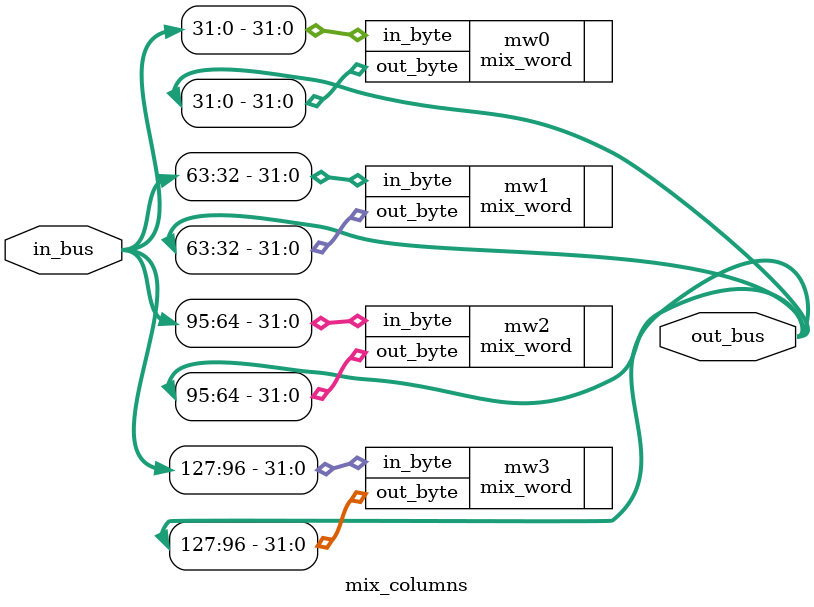
<source format=sv>
module mix_columns (
    input  logic [127:0] in_bus,   // 128-bit input bus
    output logic [127:0] out_bus   // 128-bit output bus
);

    mix_word mw0(.in_byte(in_bus[31:0]),   .out_byte(out_bus[31:0]));
    mix_word mw1(.in_byte(in_bus[63:32]),  .out_byte(out_bus[63:32]));
    mix_word mw2(.in_byte(in_bus[95:64]),  .out_byte(out_bus[95:64]));
    mix_word mw3(.in_byte(in_bus[127:96]), .out_byte(out_bus[127:96]));

endmodule
</source>
